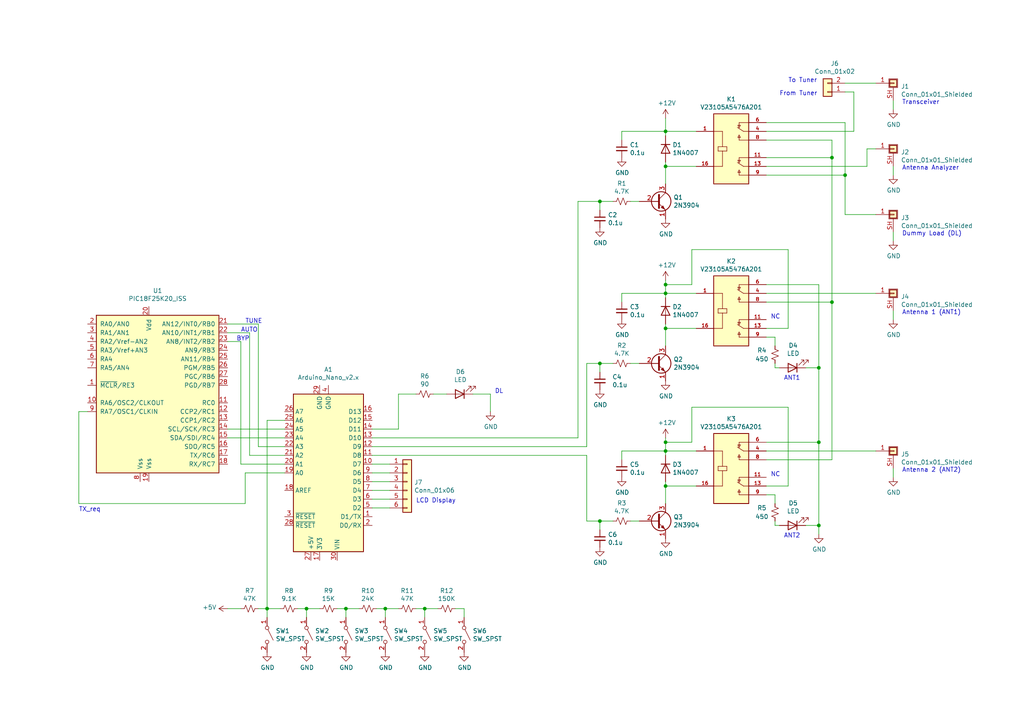
<source format=kicad_sch>
(kicad_sch (version 20211123) (generator eeschema)
  (paper "A4")
  (lib_symbols
    (symbol "Connector_Generic:Conn_01x02" (pin_names (offset 1.016) hide)
      (property "Reference" "J" (at 0 2.54 0))
      (property "Value" "Conn_01x02" (at 0 -5.08 0))
      (symbol "Conn_01x02_1_1"
        (rectangle (start -1.27 -2.413) (end 0 -2.667) (stroke (width 0.1524)))
        (rectangle (start -1.27 0.127) (end 0 -0.127) (stroke (width 0.1524)))
        (rectangle (start -1.27 1.27) (end 1.27 -3.81) (stroke (width 0.254)) (fill (type background)))
        (pin passive line (at -5.08 0 0) (length 3.81) (name "Pin_1") (number "1"))
        (pin passive line (at -5.08 -2.54 0) (length 3.81) (name "Pin_2") (number "2"))
      )
    )
    (symbol "Connector_Generic:Conn_01x06" (pin_names (offset 1.016) hide)
      (property "Reference" "J" (at 0 7.62 0))
      (property "Value" "Conn_01x06" (at 0 -10.16 0))
      (symbol "Conn_01x06_1_1"
        (rectangle (start -1.27 -7.493) (end 0 -7.747) (stroke (width 0.1524)))
        (rectangle (start -1.27 -4.953) (end 0 -5.207) (stroke (width 0.1524)))
        (rectangle (start -1.27 -2.413) (end 0 -2.667) (stroke (width 0.1524)))
        (rectangle (start -1.27 0.127) (end 0 -0.127) (stroke (width 0.1524)))
        (rectangle (start -1.27 2.667) (end 0 2.413) (stroke (width 0.1524)))
        (rectangle (start -1.27 5.207) (end 0 4.953) (stroke (width 0.1524)))
        (rectangle (start -1.27 6.35) (end 1.27 -8.89) (stroke (width 0.254)) (fill (type background)))
        (pin passive line (at -5.08 5.08 0) (length 3.81) (name "Pin_1") (number "1"))
        (pin passive line (at -5.08 2.54 0) (length 3.81) (name "Pin_2") (number "2"))
        (pin passive line (at -5.08 0 0) (length 3.81) (name "Pin_3") (number "3"))
        (pin passive line (at -5.08 -2.54 0) (length 3.81) (name "Pin_4") (number "4"))
        (pin passive line (at -5.08 -5.08 0) (length 3.81) (name "Pin_5") (number "5"))
        (pin passive line (at -5.08 -7.62 0) (length 3.81) (name "Pin_6") (number "6"))
      )
    )
    (symbol "Connector_Generic_Shielded:Conn_01x01_Shielded" (pin_names (offset 1.016) hide)
      (property "Reference" "J" (at 0.254 2.286 0))
      (property "Value" "Conn_01x01_Shielded" (at 1.016 -2.286 0))
      (symbol "Conn_01x01_Shielded_1_1"
        (rectangle (start -1.27 1.27) (end 1.27 -1.27) (stroke (width 0.1524)))
        (rectangle (start -1.016 0.127) (end 0.254 -0.127) (stroke (width 0.1524)))
        (rectangle (start -1.016 1.016) (end 1.016 -1.016) (stroke (width 0.254)) (fill (type background)))
        (pin passive line (at -5.08 0 0) (length 4.064) (name "Pin_1") (number "1"))
        (pin passive line (at 0 -5.08 90) (length 3.81) (name "Shield") (number "SH"))
      )
    )
    (symbol "Device:C_Small" (pin_numbers hide) (pin_names (offset 0.254) hide)
      (property "Reference" "C" (at 0.254 1.778 0))
      (property "Value" "C_Small" (at 0.254 -2.032 0))
      (symbol "C_Small_0_1"
        (polyline (pts (xy -1.524 -0.508) (xy 1.524 -0.508)) (stroke (width 0.3302)))
        (polyline (pts (xy -1.524 0.508) (xy 1.524 0.508)) (stroke (width 0.3048)))
      )
      (symbol "C_Small_1_1"
        (pin passive line (at 0 2.54 270) (length 2.032) (name "~") (number "1"))
        (pin passive line (at 0 -2.54 90) (length 2.032) (name "~") (number "2"))
      )
    )
    (symbol "Device:LED" (pin_numbers hide) (pin_names (offset 1.016) hide)
      (property "Reference" "D" (at 0 2.54 0))
      (property "Value" "LED" (at 0 -2.54 0))
      (symbol "LED_0_1"
        (polyline (pts (xy -1.27 -1.27) (xy -1.27 1.27)) (stroke (width 0.254)))
        (polyline (pts (xy -1.27 0) (xy 1.27 0)))
        (polyline (pts (xy 1.27 -1.27) (xy 1.27 1.27) (xy -1.27 0) (xy 1.27 -1.27)) (stroke (width 0.254)))
        (polyline (pts (xy -3.048 -0.762) (xy -4.572 -2.286) (xy -3.81 -2.286) (xy -4.572 -2.286) (xy -4.572 -1.524)))
        (polyline (pts (xy -1.778 -0.762) (xy -3.302 -2.286) (xy -2.54 -2.286) (xy -3.302 -2.286) (xy -3.302 -1.524)))
      )
      (symbol "LED_1_1"
        (pin passive line (at -3.81 0 0) (length 2.54) (name "K") (number "1"))
        (pin passive line (at 3.81 0 180) (length 2.54) (name "A") (number "2"))
      )
    )
    (symbol "Device:R_Small_US" (pin_numbers hide) (pin_names (offset 0.254) hide)
      (property "Reference" "R" (at 0.762 0.508 0))
      (property "Value" "R_Small_US" (at 0.762 -1.016 0))
      (symbol "R_Small_US_1_1"
        (polyline (pts (xy 0 0) (xy 1.016 -0.381) (xy 0 -0.762) (xy -1.016 -1.143) (xy 0 -1.524)))
        (polyline (pts (xy 0 1.524) (xy 1.016 1.143) (xy 0 0.762) (xy -1.016 0.381) (xy 0 0)))
        (pin passive line (at 0 2.54 270) (length 1.016) (name "~") (number "1"))
        (pin passive line (at 0 -2.54 90) (length 1.016) (name "~") (number "2"))
      )
    )
    (symbol "Diode:1N4007" (pin_numbers hide) (pin_names (offset 1.016) hide)
      (property "Reference" "D" (at 0 2.54 0))
      (property "Value" "1N4007" (at 0 -2.54 0))
      (symbol "1N4007_0_1"
        (polyline (pts (xy -1.27 1.27) (xy -1.27 -1.27)) (stroke (width 0.254)))
        (polyline (pts (xy 1.27 0) (xy -1.27 0)))
        (polyline (pts (xy 1.27 1.27) (xy 1.27 -1.27) (xy -1.27 0) (xy 1.27 1.27)) (stroke (width 0.254)))
      )
      (symbol "1N4007_1_1"
        (pin passive line (at -3.81 0 0) (length 2.54) (name "K") (number "1"))
        (pin passive line (at 3.81 0 180) (length 2.54) (name "A") (number "2"))
      )
    )
    (symbol "MCU_Microchip_PIC18:PIC18F25K20_ISS" (pin_names (offset 1.016))
      (property "Reference" "U" (at -17.78 24.13 0))
      (property "Value" "PIC18F25K20_ISS" (at 17.78 24.13 0))
      (symbol "PIC18F25K20_ISS_0_1"
        (rectangle (start -17.78 22.86) (end 17.78 -22.86) (stroke (width 0.254)) (fill (type background)))
      )
      (symbol "PIC18F25K20_ISS_1_1"
        (pin bidirectional line (at -20.32 2.54 0) (length 2.54) (name "~{MCLR}/RE3") (number "1"))
        (pin input line (at -20.32 -2.54 0) (length 2.54) (name "RA6/OSC2/CLKOUT") (number "10"))
        (pin bidirectional line (at 20.32 -2.54 180) (length 2.54) (name "RC0") (number "11"))
        (pin bidirectional line (at 20.32 -5.08 180) (length 2.54) (name "CCP2/RC1") (number "12"))
        (pin bidirectional line (at 20.32 -7.62 180) (length 2.54) (name "CCP1/RC2") (number "13"))
        (pin bidirectional line (at 20.32 -10.16 180) (length 2.54) (name "SCL/SCK/RC3") (number "14"))
        (pin bidirectional line (at 20.32 -12.7 180) (length 2.54) (name "SDA/SDI/RC4") (number "15"))
        (pin bidirectional line (at 20.32 -15.24 180) (length 2.54) (name "SDO/RC5") (number "16"))
        (pin bidirectional line (at 20.32 -17.78 180) (length 2.54) (name "TX/RC6") (number "17"))
        (pin bidirectional line (at 20.32 -20.32 180) (length 2.54) (name "RX/RC7") (number "18"))
        (pin power_in line (at -2.54 -25.4 90) (length 2.54) (name "Vss") (number "19"))
        (pin bidirectional line (at -20.32 20.32 0) (length 2.54) (name "RA0/AN0") (number "2"))
        (pin power_in line (at -2.54 25.4 270) (length 2.54) (name "Vdd") (number "20"))
        (pin bidirectional line (at 20.32 20.32 180) (length 2.54) (name "AN12/INT0/RB0") (number "21"))
        (pin bidirectional line (at 20.32 17.78 180) (length 2.54) (name "AN10/INT1/RB1") (number "22"))
        (pin bidirectional line (at 20.32 15.24 180) (length 2.54) (name "AN8/INT2/RB2") (number "23"))
        (pin bidirectional line (at 20.32 12.7 180) (length 2.54) (name "AN9/RB3") (number "24"))
        (pin bidirectional line (at 20.32 10.16 180) (length 2.54) (name "AN11/RB4") (number "25"))
        (pin bidirectional line (at 20.32 7.62 180) (length 2.54) (name "PGM/RB5") (number "26"))
        (pin bidirectional line (at 20.32 5.08 180) (length 2.54) (name "PGC/RB6") (number "27"))
        (pin bidirectional line (at 20.32 2.54 180) (length 2.54) (name "PGD/RB7") (number "28"))
        (pin bidirectional line (at -20.32 17.78 0) (length 2.54) (name "RA1/AN1") (number "3"))
        (pin bidirectional line (at -20.32 15.24 0) (length 2.54) (name "RA2/Vref-AN2") (number "4"))
        (pin bidirectional line (at -20.32 12.7 0) (length 2.54) (name "RA3/Vref+AN3") (number "5"))
        (pin power_in line (at -20.32 10.16 0) (length 2.54) (name "RA4") (number "6"))
        (pin bidirectional line (at -20.32 7.62 0) (length 2.54) (name "RA5/AN4") (number "7"))
        (pin power_in line (at -5.08 -25.4 90) (length 2.54) (name "Vss") (number "8"))
        (pin input line (at -20.32 -5.08 0) (length 2.54) (name "RA7/OSC1/CLKIN") (number "9"))
      )
    )
    (symbol "MCU_Module:Arduino_Nano_v2.x"
      (property "Reference" "A" (at -10.16 23.495 0))
      (property "Value" "Arduino_Nano_v2.x" (at 5.08 -24.13 0))
      (symbol "Arduino_Nano_v2.x_0_1"
        (rectangle (start -10.16 22.86) (end 10.16 -22.86) (stroke (width 0.254)) (fill (type background)))
      )
      (symbol "Arduino_Nano_v2.x_1_1"
        (pin bidirectional line (at -12.7 12.7 0) (length 2.54) (name "D1/TX") (number "1"))
        (pin bidirectional line (at -12.7 -2.54 0) (length 2.54) (name "D7") (number "10"))
        (pin bidirectional line (at -12.7 -5.08 0) (length 2.54) (name "D8") (number "11"))
        (pin bidirectional line (at -12.7 -7.62 0) (length 2.54) (name "D9") (number "12"))
        (pin bidirectional line (at -12.7 -10.16 0) (length 2.54) (name "D10") (number "13"))
        (pin bidirectional line (at -12.7 -12.7 0) (length 2.54) (name "D11") (number "14"))
        (pin bidirectional line (at -12.7 -15.24 0) (length 2.54) (name "D12") (number "15"))
        (pin bidirectional line (at -12.7 -17.78 0) (length 2.54) (name "D13") (number "16"))
        (pin power_out line (at 2.54 25.4 270) (length 2.54) (name "3V3") (number "17"))
        (pin input line (at 12.7 5.08 180) (length 2.54) (name "AREF") (number "18"))
        (pin bidirectional line (at 12.7 0 180) (length 2.54) (name "A0") (number "19"))
        (pin bidirectional line (at -12.7 15.24 0) (length 2.54) (name "D0/RX") (number "2"))
        (pin bidirectional line (at 12.7 -2.54 180) (length 2.54) (name "A1") (number "20"))
        (pin bidirectional line (at 12.7 -5.08 180) (length 2.54) (name "A2") (number "21"))
        (pin bidirectional line (at 12.7 -7.62 180) (length 2.54) (name "A3") (number "22"))
        (pin bidirectional line (at 12.7 -10.16 180) (length 2.54) (name "A4") (number "23"))
        (pin bidirectional line (at 12.7 -12.7 180) (length 2.54) (name "A5") (number "24"))
        (pin bidirectional line (at 12.7 -15.24 180) (length 2.54) (name "A6") (number "25"))
        (pin bidirectional line (at 12.7 -17.78 180) (length 2.54) (name "A7") (number "26"))
        (pin power_out line (at 5.08 25.4 270) (length 2.54) (name "+5V") (number "27"))
        (pin input line (at 12.7 15.24 180) (length 2.54) (name "~{RESET}") (number "28"))
        (pin power_in line (at 2.54 -25.4 90) (length 2.54) (name "GND") (number "29"))
        (pin input line (at 12.7 12.7 180) (length 2.54) (name "~{RESET}") (number "3"))
        (pin power_in line (at -2.54 25.4 270) (length 2.54) (name "VIN") (number "30"))
        (pin power_in line (at 0 -25.4 90) (length 2.54) (name "GND") (number "4"))
        (pin bidirectional line (at -12.7 10.16 0) (length 2.54) (name "D2") (number "5"))
        (pin bidirectional line (at -12.7 7.62 0) (length 2.54) (name "D3") (number "6"))
        (pin bidirectional line (at -12.7 5.08 0) (length 2.54) (name "D4") (number "7"))
        (pin bidirectional line (at -12.7 2.54 0) (length 2.54) (name "D5") (number "8"))
        (pin bidirectional line (at -12.7 0 0) (length 2.54) (name "D6") (number "9"))
      )
    )
    (symbol "Switch:SW_SPST" (pin_names (offset 0) hide)
      (property "Reference" "SW" (at 0 3.175 0))
      (property "Value" "SW_SPST" (at 0 -2.54 0))
      (symbol "SW_SPST_0_0"
        (circle (center -2.032 0) (radius 0.508))
        (polyline (pts (xy -1.524 0.254) (xy 1.524 1.778)))
        (circle (center 2.032 0) (radius 0.508))
      )
      (symbol "SW_SPST_1_1"
        (pin passive line (at -5.08 0 0) (length 2.54) (name "A") (number "1"))
        (pin passive line (at 5.08 0 180) (length 2.54) (name "B") (number "2"))
      )
    )
    (symbol "Transistor_BJT:2N3904" (pin_names (offset 0) hide)
      (property "Reference" "Q" (at 5.08 1.905 0))
      (property "Value" "2N3904" (at 5.08 0 0))
      (symbol "2N3904_0_1"
        (polyline (pts (xy 0.635 0.635) (xy 2.54 2.54)))
        (polyline (pts (xy 0.635 -0.635) (xy 2.54 -2.54) (xy 2.54 -2.54)))
        (polyline (pts (xy 0.635 1.905) (xy 0.635 -1.905) (xy 0.635 -1.905)) (stroke (width 0.508)))
        (polyline (pts (xy 1.27 -1.778) (xy 1.778 -1.27) (xy 2.286 -2.286) (xy 1.27 -1.778) (xy 1.27 -1.778)) (fill (type outline)))
        (circle (center 1.27 0) (radius 2.8194) (stroke (width 0.254)))
      )
      (symbol "2N3904_1_1"
        (pin passive line (at 2.54 -5.08 90) (length 2.54) (name "E") (number "1"))
        (pin passive line (at -5.08 0 0) (length 5.715) (name "B") (number "2"))
        (pin passive line (at 2.54 5.08 270) (length 2.54) (name "C") (number "3"))
      )
    )
    (symbol "V23105A5301A201:V23105A5301A201" (pin_names (offset 1.016) hide)
      (property "Reference" "K" (at -5.08 11.43 0))
      (property "Value" "V23105A5301A201_V23105A5301A201" (at -5.08 -12.7 0))
      (symbol "V23105A5301A201_0_0"
        (rectangle (start -5.08 -10.16) (end 5.08 10.16) (stroke (width 0.254)) (fill (type background)))
        (polyline (pts (xy -5.08 -5.08) (xy -2.54 -5.08)) (stroke (width 0.1524)))
        (polyline (pts (xy -5.08 5.08) (xy -2.54 5.08)) (stroke (width 0.1524)))
        (polyline (pts (xy -3.81 -0.635) (xy -3.81 0.635)) (stroke (width 0.1524)))
        (polyline (pts (xy -3.81 0.635) (xy -2.54 0.635)) (stroke (width 0.1524)))
        (polyline (pts (xy -2.54 -0.635) (xy -3.81 -0.635)) (stroke (width 0.1524)))
        (polyline (pts (xy -2.54 -0.635) (xy -2.54 -5.08)) (stroke (width 0.1524)))
        (polyline (pts (xy -2.54 0.635) (xy -1.27 0.635)) (stroke (width 0.1524)))
        (polyline (pts (xy -2.54 5.08) (xy -2.54 0.635)) (stroke (width 0.1524)))
        (polyline (pts (xy -1.27 -0.635) (xy -2.54 -0.635)) (stroke (width 0.1524)))
        (polyline (pts (xy -1.27 0.635) (xy -1.27 -0.635)) (stroke (width 0.1524)))
        (polyline (pts (xy 2.286 -7.62) (xy 2.286 -6.604)) (stroke (width 0.1524)))
        (polyline (pts (xy 2.286 -7.62) (xy 5.08 -7.62)) (stroke (width 0.1524)))
        (polyline (pts (xy 2.286 -2.54) (xy 2.286 -3.556)) (stroke (width 0.1524)))
        (polyline (pts (xy 2.286 -2.54) (xy 5.08 -2.54)) (stroke (width 0.1524)))
        (polyline (pts (xy 2.286 2.54) (xy 2.286 3.556)) (stroke (width 0.1524)))
        (polyline (pts (xy 2.286 2.54) (xy 5.08 2.54)) (stroke (width 0.1524)))
        (polyline (pts (xy 2.286 7.62) (xy 2.286 6.604)) (stroke (width 0.1524)))
        (polyline (pts (xy 2.286 7.62) (xy 5.08 7.62)) (stroke (width 0.1524)))
        (polyline (pts (xy 3.556 -5.08) (xy 1.778 -3.937)) (stroke (width 0.1524)))
        (polyline (pts (xy 3.556 5.08) (xy 1.778 6.223)) (stroke (width 0.1524)))
        (polyline (pts (xy 5.08 -5.08) (xy 3.556 -5.08)) (stroke (width 0.1524)))
        (polyline (pts (xy 5.08 5.08) (xy 3.556 5.08)) (stroke (width 0.1524)))
        (polyline (pts (xy 2.667 -6.858) (xy 1.905 -6.858) (xy 2.286 -6.096) (xy 2.667 -6.858)) (stroke (width 0.1524)) (fill (type background)))
        (polyline (pts (xy 2.667 -3.302) (xy 1.905 -3.302) (xy 2.286 -4.064) (xy 2.667 -3.302)) (stroke (width 0.1524)) (fill (type background)))
        (polyline (pts (xy 2.667 3.302) (xy 1.905 3.302) (xy 2.286 4.064) (xy 2.667 3.302)) (stroke (width 0.1524)) (fill (type background)))
        (polyline (pts (xy 2.667 6.858) (xy 1.905 6.858) (xy 2.286 6.096) (xy 2.667 6.858)) (stroke (width 0.1524)) (fill (type background)))
        (pin passive line (at -10.16 5.08 0) (length 5.08) (name "~") (number "1"))
        (pin passive line (at 10.16 -2.54 180) (length 5.08) (name "~") (number "11"))
        (pin passive line (at 10.16 -5.08 180) (length 5.08) (name "~") (number "13"))
        (pin passive line (at -10.16 -5.08 0) (length 5.08) (name "~") (number "16"))
        (pin passive line (at 10.16 5.08 180) (length 5.08) (name "~") (number "4"))
        (pin passive line (at 10.16 7.62 180) (length 5.08) (name "~") (number "6"))
        (pin passive line (at 10.16 2.54 180) (length 5.08) (name "~") (number "8"))
        (pin passive line (at 10.16 -7.62 180) (length 5.08) (name "~") (number "9"))
      )
    )
    (symbol "power:+12V" (power) (pin_names (offset 0))
      (property "Value" "+12V" (at 0 3.556 0))
      (symbol "+12V_0_1"
        (polyline (pts (xy -0.762 1.27) (xy 0 2.54)))
        (polyline (pts (xy 0 0) (xy 0 2.54)))
        (polyline (pts (xy 0 2.54) (xy 0.762 1.27)))
      )
      (symbol "+12V_1_1"
        (pin power_in line (at 0 0 90) (length 0) hide (name "+12V") (number "1"))
      )
    )
    (symbol "power:+5V" (power) (pin_names (offset 0))
      (property "Value" "+5V" (at 0 3.556 0))
      (symbol "+5V_0_1"
        (polyline (pts (xy -0.762 1.27) (xy 0 2.54)))
        (polyline (pts (xy 0 0) (xy 0 2.54)))
        (polyline (pts (xy 0 2.54) (xy 0.762 1.27)))
      )
      (symbol "+5V_1_1"
        (pin power_in line (at 0 0 90) (length 0) hide (name "+5V") (number "1"))
      )
    )
    (symbol "power:GND" (power) (pin_names (offset 0))
      (property "Value" "GND" (at 0 -3.81 0))
      (symbol "GND_0_1"
        (polyline (pts (xy 0 0) (xy 0 -1.27) (xy 1.27 -1.27) (xy 0 -2.54) (xy -1.27 -1.27) (xy 0 -1.27)))
      )
      (symbol "GND_1_1"
        (pin power_in line (at 0 0 270) (length 0) hide (name "GND") (number "1"))
      )
    )
  )
  (junction (at 241.3 87.63))
  (junction (at 173.99 58.42))
  (junction (at 100.33 176.53))
  (junction (at 193.04 140.97))
  (junction (at 193.04 130.81))
  (junction (at 77.47 176.53))
  (junction (at 173.99 151.13))
  (junction (at 193.04 82.55))
  (junction (at 237.49 152.4))
  (junction (at 193.04 95.25))
  (junction (at 237.49 128.27))
  (junction (at 193.04 85.09))
  (junction (at 123.19 176.53))
  (junction (at 193.04 38.1))
  (junction (at 241.3 45.72))
  (junction (at 245.11 50.8))
  (junction (at 88.9 176.53))
  (junction (at 193.04 128.27))
  (junction (at 111.76 176.53))
  (junction (at 237.49 106.68))
  (junction (at 173.99 105.41))
  (junction (at 193.04 48.26))
  (wire (pts (xy 193.04 93.98) (xy 193.04 95.25)))
  (wire (pts (xy 177.8 151.13) (xy 173.99 151.13)))
  (wire (pts (xy 193.04 85.09) (xy 180.34 85.09)))
  (wire (pts (xy 200.66 128.27) (xy 193.04 128.27)))
  (wire (pts (xy 170.18 132.08) (xy 170.18 151.13)))
  (wire (pts (xy 245.11 62.23) (xy 254 62.23)))
  (wire (pts (xy 222.25 40.64) (xy 241.3 40.64)))
  (wire (pts (xy 72.39 132.08) (xy 72.39 96.52)))
  (wire (pts (xy 71.12 146.05) (xy 71.12 137.16)))
  (wire (pts (xy 245.11 35.56) (xy 245.11 50.8)))
  (wire (pts (xy 247.65 38.1) (xy 247.65 26.67)))
  (wire (pts (xy 134.62 179.07) (xy 134.62 176.53)))
  (wire (pts (xy 180.34 85.09) (xy 180.34 87.63)))
  (wire (pts (xy 241.3 45.72) (xy 241.3 87.63)))
  (wire (pts (xy 77.47 121.92) (xy 77.47 176.53)))
  (wire (pts (xy 25.4 119.38) (xy 22.86 119.38)))
  (wire (pts (xy 201.93 85.09) (xy 193.04 85.09)))
  (wire (pts (xy 247.65 26.67) (xy 245.11 26.67)))
  (wire (pts (xy 259.08 50.8) (xy 259.08 48.26)))
  (wire (pts (xy 200.66 118.11) (xy 200.66 128.27)))
  (wire (pts (xy 170.18 105.41) (xy 173.99 105.41)))
  (wire (pts (xy 88.9 176.53) (xy 86.36 176.53)))
  (wire (pts (xy 228.6 140.97) (xy 228.6 118.11)))
  (wire (pts (xy 125.73 114.3) (xy 129.54 114.3)))
  (wire (pts (xy 222.25 140.97) (xy 228.6 140.97)))
  (wire (pts (xy 66.04 176.53) (xy 69.85 176.53)))
  (wire (pts (xy 222.25 48.26) (xy 251.46 48.26)))
  (wire (pts (xy 173.99 58.42) (xy 167.64 58.42)))
  (wire (pts (xy 82.55 132.08) (xy 72.39 132.08)))
  (wire (pts (xy 193.04 132.08) (xy 193.04 130.81)))
  (wire (pts (xy 193.04 38.1) (xy 180.34 38.1)))
  (wire (pts (xy 92.71 176.53) (xy 88.9 176.53)))
  (wire (pts (xy 173.99 105.41) (xy 173.99 107.95)))
  (wire (pts (xy 222.25 38.1) (xy 247.65 38.1)))
  (wire (pts (xy 107.95 137.16) (xy 113.03 137.16)))
  (wire (pts (xy 251.46 48.26) (xy 251.46 43.18)))
  (wire (pts (xy 241.3 40.64) (xy 241.3 45.72)))
  (wire (pts (xy 170.18 105.41) (xy 170.18 129.54)))
  (wire (pts (xy 222.25 128.27) (xy 237.49 128.27)))
  (wire (pts (xy 222.25 82.55) (xy 237.49 82.55)))
  (wire (pts (xy 200.66 72.39) (xy 200.66 82.55)))
  (wire (pts (xy 222.25 95.25) (xy 228.6 95.25)))
  (wire (pts (xy 82.55 127) (xy 66.04 127)))
  (wire (pts (xy 193.04 95.25) (xy 201.93 95.25)))
  (wire (pts (xy 77.47 176.53) (xy 74.93 176.53)))
  (wire (pts (xy 222.25 35.56) (xy 245.11 35.56)))
  (wire (pts (xy 100.33 179.07) (xy 100.33 176.53)))
  (wire (pts (xy 182.88 105.41) (xy 185.42 105.41)))
  (wire (pts (xy 69.85 99.06) (xy 66.04 99.06)))
  (wire (pts (xy 111.76 179.07) (xy 111.76 176.53)))
  (wire (pts (xy 201.93 140.97) (xy 193.04 140.97)))
  (wire (pts (xy 180.34 133.35) (xy 180.34 130.81)))
  (wire (pts (xy 22.86 119.38) (xy 22.86 146.05)))
  (wire (pts (xy 107.95 147.32) (xy 113.03 147.32)))
  (wire (pts (xy 71.12 137.16) (xy 82.55 137.16)))
  (wire (pts (xy 107.95 134.62) (xy 113.03 134.62)))
  (wire (pts (xy 107.95 132.08) (xy 170.18 132.08)))
  (wire (pts (xy 77.47 121.92) (xy 82.55 121.92)))
  (wire (pts (xy 222.25 45.72) (xy 241.3 45.72)))
  (wire (pts (xy 193.04 95.25) (xy 193.04 100.33)))
  (wire (pts (xy 123.19 179.07) (xy 123.19 176.53)))
  (wire (pts (xy 193.04 82.55) (xy 193.04 85.09)))
  (wire (pts (xy 115.57 176.53) (xy 111.76 176.53)))
  (wire (pts (xy 222.25 50.8) (xy 245.11 50.8)))
  (wire (pts (xy 115.57 124.46) (xy 107.95 124.46)))
  (wire (pts (xy 222.25 130.81) (xy 254 130.81)))
  (wire (pts (xy 77.47 179.07) (xy 77.47 176.53)))
  (wire (pts (xy 259.08 31.75) (xy 259.08 29.21)))
  (wire (pts (xy 107.95 144.78) (xy 113.03 144.78)))
  (wire (pts (xy 193.04 46.99) (xy 193.04 48.26)))
  (wire (pts (xy 107.95 129.54) (xy 170.18 129.54)))
  (wire (pts (xy 224.79 152.4) (xy 226.06 152.4)))
  (wire (pts (xy 233.68 152.4) (xy 237.49 152.4)))
  (wire (pts (xy 222.25 97.79) (xy 224.79 97.79)))
  (wire (pts (xy 193.04 128.27) (xy 193.04 130.81)))
  (wire (pts (xy 177.8 105.41) (xy 173.99 105.41)))
  (wire (pts (xy 107.95 142.24) (xy 113.03 142.24)))
  (wire (pts (xy 201.93 38.1) (xy 193.04 38.1)))
  (wire (pts (xy 193.04 130.81) (xy 201.93 130.81)))
  (wire (pts (xy 107.95 127) (xy 167.64 127)))
  (wire (pts (xy 193.04 85.09) (xy 193.04 86.36)))
  (wire (pts (xy 245.11 50.8) (xy 245.11 62.23)))
  (wire (pts (xy 224.79 143.51) (xy 224.79 146.05)))
  (wire (pts (xy 82.55 134.62) (xy 69.85 134.62)))
  (wire (pts (xy 237.49 128.27) (xy 237.49 152.4)))
  (wire (pts (xy 180.34 130.81) (xy 193.04 130.81)))
  (wire (pts (xy 115.57 114.3) (xy 115.57 124.46)))
  (wire (pts (xy 237.49 106.68) (xy 237.49 128.27)))
  (wire (pts (xy 222.25 87.63) (xy 241.3 87.63)))
  (wire (pts (xy 193.04 81.28) (xy 193.04 82.55)))
  (wire (pts (xy 245.11 24.13) (xy 254 24.13)))
  (wire (pts (xy 224.79 151.13) (xy 224.79 152.4)))
  (wire (pts (xy 241.3 87.63) (xy 241.3 133.35)))
  (wire (pts (xy 228.6 118.11) (xy 200.66 118.11)))
  (wire (pts (xy 100.33 176.53) (xy 97.79 176.53)))
  (wire (pts (xy 224.79 97.79) (xy 224.79 100.33)))
  (wire (pts (xy 107.95 139.7) (xy 113.03 139.7)))
  (wire (pts (xy 222.25 133.35) (xy 241.3 133.35)))
  (wire (pts (xy 222.25 143.51) (xy 224.79 143.51)))
  (wire (pts (xy 233.68 106.68) (xy 237.49 106.68)))
  (wire (pts (xy 82.55 124.46) (xy 66.04 124.46)))
  (wire (pts (xy 173.99 151.13) (xy 173.99 153.67)))
  (wire (pts (xy 193.04 34.29) (xy 193.04 38.1)))
  (wire (pts (xy 182.88 151.13) (xy 185.42 151.13)))
  (wire (pts (xy 22.86 146.05) (xy 71.12 146.05)))
  (wire (pts (xy 104.14 176.53) (xy 100.33 176.53)))
  (wire (pts (xy 193.04 38.1) (xy 193.04 39.37)))
  (wire (pts (xy 193.04 140.97) (xy 193.04 139.7)))
  (wire (pts (xy 120.65 114.3) (xy 115.57 114.3)))
  (wire (pts (xy 74.93 129.54) (xy 74.93 93.98)))
  (wire (pts (xy 81.28 176.53) (xy 77.47 176.53)))
  (wire (pts (xy 127 176.53) (xy 123.19 176.53)))
  (wire (pts (xy 259.08 138.43) (xy 259.08 135.89)))
  (wire (pts (xy 193.04 127) (xy 193.04 128.27)))
  (wire (pts (xy 222.25 85.09) (xy 254 85.09)))
  (wire (pts (xy 74.93 93.98) (xy 66.04 93.98)))
  (wire (pts (xy 259.08 92.71) (xy 259.08 90.17)))
  (wire (pts (xy 167.64 58.42) (xy 167.64 127)))
  (wire (pts (xy 193.04 140.97) (xy 193.04 146.05)))
  (wire (pts (xy 228.6 95.25) (xy 228.6 72.39)))
  (wire (pts (xy 134.62 176.53) (xy 132.08 176.53)))
  (wire (pts (xy 182.88 58.42) (xy 185.42 58.42)))
  (wire (pts (xy 111.76 176.53) (xy 109.22 176.53)))
  (wire (pts (xy 82.55 129.54) (xy 74.93 129.54)))
  (wire (pts (xy 228.6 72.39) (xy 200.66 72.39)))
  (wire (pts (xy 142.24 114.3) (xy 137.16 114.3)))
  (wire (pts (xy 180.34 38.1) (xy 180.34 40.64)))
  (wire (pts (xy 173.99 58.42) (xy 173.99 60.96)))
  (wire (pts (xy 72.39 96.52) (xy 66.04 96.52)))
  (wire (pts (xy 224.79 105.41) (xy 224.79 106.68)))
  (wire (pts (xy 88.9 179.07) (xy 88.9 176.53)))
  (wire (pts (xy 142.24 114.3) (xy 142.24 119.38)))
  (wire (pts (xy 193.04 48.26) (xy 201.93 48.26)))
  (wire (pts (xy 237.49 152.4) (xy 237.49 154.94)))
  (wire (pts (xy 224.79 106.68) (xy 226.06 106.68)))
  (wire (pts (xy 251.46 43.18) (xy 254 43.18)))
  (wire (pts (xy 200.66 82.55) (xy 193.04 82.55)))
  (wire (pts (xy 177.8 58.42) (xy 173.99 58.42)))
  (wire (pts (xy 123.19 176.53) (xy 120.65 176.53)))
  (wire (pts (xy 237.49 82.55) (xy 237.49 106.68)))
  (wire (pts (xy 170.18 151.13) (xy 173.99 151.13)))
  (wire (pts (xy 259.08 69.85) (xy 259.08 67.31)))
  (wire (pts (xy 193.04 48.26) (xy 193.04 53.34)))
  (wire (pts (xy 69.85 134.62) (xy 69.85 99.06)))
  (text "To Tuner" (at 228.6 24.13 0) (effects (font (size 1.27 1.27)) (justify left bottom)))
  (text "AUTO" (at 69.85 96.52 0) (effects (font (size 1.27 1.27)) (justify left bottom)))
  (text "BYP" (at 68.58 99.06 0) (effects (font (size 1.27 1.27)) (justify left bottom)))
  (text "From Tuner" (at 226.06 27.94 0) (effects (font (size 1.27 1.27)) (justify left bottom)))
  (text "NC" (at 223.52 92.71 0) (effects (font (size 1.27 1.27)) (justify left bottom)))
  (text "Antenna 2 (ANT2)" (at 261.62 137.16 0) (effects (font (size 1.27 1.27)) (justify left bottom)))
  (text "TUNE" (at 71.12 93.98 0) (effects (font (size 1.27 1.27)) (justify left bottom)))
  (text "NC" (at 223.52 138.43 0) (effects (font (size 1.27 1.27)) (justify left bottom)))
  (text "ANT2" (at 227.33 156.21 0) (effects (font (size 1.27 1.27)) (justify left bottom)))
  (text "Antenna Analyzer" (at 261.62 49.53 0) (effects (font (size 1.27 1.27)) (justify left bottom)))
  (text "Dummy Load (DL)" (at 261.62 68.58 0) (effects (font (size 1.27 1.27)) (justify left bottom)))
  (text "Antenna 1 (ANT1)" (at 261.62 91.44 0) (effects (font (size 1.27 1.27)) (justify left bottom)))
  (text "TX_req" (at 22.86 148.59 0) (effects (font (size 1.27 1.27)) (justify left bottom)))
  (text "Transceiver" (at 261.62 30.48 0) (effects (font (size 1.27 1.27)) (justify left bottom)))
  (text "ANT1" (at 227.33 110.49 0) (effects (font (size 1.27 1.27)) (justify left bottom)))
  (text "LCD Display" (at 120.65 146.05 0) (effects (font (size 1.27 1.27)) (justify left bottom)))
  (text "DL" (at 143.51 114.3 0) (effects (font (size 1.27 1.27)) (justify left bottom)))
  (symbol (lib_id "V23105A5301A201:V23105A5301A201") (at 212.09 90.17 0) (unit 1)
    (property "Reference" "K2" (at 212.09 75.7682 0))
    (property "Value" "V23105A5476A201" (at 212.09 78.0796 0))
    (property "Footprint" "RELAY_9-1393792-3" (effects hide))
    (property "PARTREV" "1017" (effects hide))
    (property "STANDARD" "IPC-7351B" (effects hide))
    (property "MAXIMUM_PACKAGE_HEIGHT" "10.90mm" (effects hide))
    (property "COMMENT" "9-1393792-3" (effects hide))
    (property "MANUFACTURER" "TE Connectivity" (effects hide))
  )
  (symbol (lib_id "V23105A5301A201:V23105A5301A201") (at 212.09 135.89 0) (unit 1)
    (property "Reference" "K3" (at 212.09 121.4882 0))
    (property "Value" "V23105A5476A201" (at 212.09 123.7996 0))
    (property "Footprint" "RELAY_9-1393792-3" (effects hide))
    (property "PARTREV" "1017" (effects hide))
    (property "STANDARD" "IPC-7351B" (effects hide))
    (property "MAXIMUM_PACKAGE_HEIGHT" "10.90mm" (effects hide))
    (property "COMMENT" "9-1393792-3" (effects hide))
    (property "MANUFACTURER" "TE Connectivity" (effects hide))
  )
  (symbol (lib_id "Connector_Generic_Shielded:Conn_01x01_Shielded") (at 259.08 24.13 0) (unit 1)
    (property "Reference" "J1" (at 261.3152 25.0698 0) (effects (justify left)))
    (property "Value" "Conn_01x01_Shielded" (at 261.3152 27.3812 0) (effects (justify left)))
  )
  (symbol (lib_id "Connector_Generic_Shielded:Conn_01x01_Shielded") (at 259.08 62.23 0) (unit 1)
    (property "Reference" "J3" (at 261.3152 63.1698 0) (effects (justify left)))
    (property "Value" "Conn_01x01_Shielded" (at 261.3152 65.4812 0) (effects (justify left)))
  )
  (symbol (lib_id "Connector_Generic_Shielded:Conn_01x01_Shielded") (at 259.08 85.09 0) (unit 1)
    (property "Reference" "J4" (at 261.3152 86.0298 0) (effects (justify left)))
    (property "Value" "Conn_01x01_Shielded" (at 261.3152 88.3412 0) (effects (justify left)))
  )
  (symbol (lib_id "Connector_Generic_Shielded:Conn_01x01_Shielded") (at 259.08 130.81 0) (unit 1)
    (property "Reference" "J5" (at 261.3152 131.7498 0) (effects (justify left)))
    (property "Value" "Conn_01x01_Shielded" (at 261.3152 134.0612 0) (effects (justify left)))
  )
  (symbol (lib_id "power:GND") (at 259.08 31.75 0) (unit 1)
    (property "Reference" "#PWR0116" (effects hide))
    (property "Value" "GND" (at 259.207 36.1442 0))
  )
  (symbol (lib_id "power:GND") (at 259.08 69.85 0) (unit 1)
    (property "Reference" "#PWR0103" (effects hide))
    (property "Value" "GND" (at 259.207 74.2442 0))
  )
  (symbol (lib_id "power:GND") (at 259.08 92.71 0) (unit 1)
    (property "Reference" "#PWR0101" (effects hide))
    (property "Value" "GND" (at 259.207 97.1042 0))
  )
  (symbol (lib_id "power:GND") (at 259.08 138.43 0) (unit 1)
    (property "Reference" "#PWR0104" (effects hide))
    (property "Value" "GND" (at 259.207 142.8242 0))
  )
  (symbol (lib_id "Transistor_BJT:2N3904") (at 190.5 105.41 0) (unit 1)
    (property "Reference" "Q2" (at 195.326 104.2416 0) (effects (justify left)))
    (property "Value" "2N3904" (at 195.326 106.553 0) (effects (justify left)))
    (property "Footprint" "Package_TO_SOT_THT:TO-92_Inline" (effects hide))
    (property "Datasheet" "https://www.fairchildsemi.com/datasheets/2N/2N3904.pdf" (effects hide))
  )
  (symbol (lib_id "Transistor_BJT:2N3904") (at 190.5 151.13 0) (unit 1)
    (property "Reference" "Q3" (at 195.326 149.9616 0) (effects (justify left)))
    (property "Value" "2N3904" (at 195.326 152.273 0) (effects (justify left)))
    (property "Footprint" "Package_TO_SOT_THT:TO-92_Inline" (effects hide))
    (property "Datasheet" "https://www.fairchildsemi.com/datasheets/2N/2N3904.pdf" (effects hide))
  )
  (symbol (lib_id "Diode:1N4007") (at 193.04 90.17 270) (unit 1)
    (property "Reference" "D2" (at 195.0466 89.0016 90) (effects (justify left)))
    (property "Value" "1N4007" (at 195.0466 91.313 90) (effects (justify left)))
    (property "Footprint" "Diode_THT:D_DO-41_SOD81_P10.16mm_Horizontal" (effects hide))
    (property "Datasheet" "http://www.vishay.com/docs/88503/1n4001.pdf" (effects hide))
  )
  (symbol (lib_id "Diode:1N4007") (at 193.04 135.89 270) (unit 1)
    (property "Reference" "D3" (at 195.0466 134.7216 90) (effects (justify left)))
    (property "Value" "1N4007" (at 195.0466 137.033 90) (effects (justify left)))
    (property "Footprint" "Diode_THT:D_DO-41_SOD81_P10.16mm_Horizontal" (effects hide))
    (property "Datasheet" "http://www.vishay.com/docs/88503/1n4001.pdf" (effects hide))
  )
  (symbol (lib_id "power:GND") (at 193.04 110.49 0) (unit 1)
    (property "Reference" "#PWR0111" (effects hide))
    (property "Value" "GND" (at 193.167 114.8842 0))
  )
  (symbol (lib_id "power:GND") (at 193.04 156.21 0) (unit 1)
    (property "Reference" "#PWR0118" (effects hide))
    (property "Value" "GND" (at 193.167 160.6042 0))
  )
  (symbol (lib_id "Device:C_Small") (at 180.34 90.17 0) (unit 1)
    (property "Reference" "C3" (at 182.6768 89.0016 0) (effects (justify left)))
    (property "Value" "0.1u" (at 182.6768 91.313 0) (effects (justify left)))
  )
  (symbol (lib_id "Device:C_Small") (at 180.34 135.89 0) (unit 1)
    (property "Reference" "C5" (at 182.6768 134.7216 0) (effects (justify left)))
    (property "Value" "0.1u" (at 182.6768 137.033 0) (effects (justify left)))
  )
  (symbol (lib_id "power:GND") (at 180.34 92.71 0) (unit 1)
    (property "Reference" "#PWR0110" (effects hide))
    (property "Value" "GND" (at 180.467 97.1042 0))
  )
  (symbol (lib_id "power:GND") (at 180.34 138.43 0) (unit 1)
    (property "Reference" "#PWR0106" (effects hide))
    (property "Value" "GND" (at 180.467 142.8242 0))
  )
  (symbol (lib_id "Device:R_Small_US") (at 180.34 151.13 270) (unit 1)
    (property "Reference" "R3" (at 180.34 145.923 90))
    (property "Value" "4.7K" (at 180.34 148.2344 90))
  )
  (symbol (lib_id "Device:R_Small_US") (at 180.34 105.41 270) (unit 1)
    (property "Reference" "R2" (at 180.34 100.203 90))
    (property "Value" "4.7K" (at 180.34 102.5144 90))
  )
  (symbol (lib_id "power:+12V") (at 193.04 81.28 0) (unit 1)
    (property "Reference" "#PWR0109" (effects hide))
    (property "Value" "+12V" (at 193.421 76.8858 0))
  )
  (symbol (lib_id "power:+12V") (at 193.04 127 0) (unit 1)
    (property "Reference" "#PWR0112" (effects hide))
    (property "Value" "+12V" (at 193.421 122.6058 0))
  )
  (symbol (lib_id "Device:C_Small") (at 173.99 110.49 0) (unit 1)
    (property "Reference" "C4" (at 177.5968 109.3216 0) (effects (justify left)))
    (property "Value" "0.1u" (at 177.5968 111.633 0) (effects (justify left)))
  )
  (symbol (lib_id "MCU_Module:Arduino_Nano_v2.x") (at 95.25 137.16 180) (unit 1)
    (property "Reference" "A1" (at 95.25 107.1626 0))
    (property "Value" "Arduino_Nano_v2.x" (at 95.25 109.474 0))
    (property "Footprint" "Module:Arduino_Nano" (effects hide))
    (property "Datasheet" "https://www.arduino.cc/en/uploads/Main/ArduinoNanoManual23.pdf" (effects hide))
  )
  (symbol (lib_id "Device:C_Small") (at 173.99 156.21 0) (unit 1)
    (property "Reference" "C6" (at 176.3268 155.0416 0) (effects (justify left)))
    (property "Value" "0.1u" (at 176.3268 157.353 0) (effects (justify left)))
  )
  (symbol (lib_id "power:GND") (at 173.99 113.03 0) (unit 1)
    (property "Reference" "#PWR0105" (effects hide))
    (property "Value" "GND" (at 174.117 117.4242 0))
  )
  (symbol (lib_id "power:GND") (at 173.99 158.75 0) (unit 1)
    (property "Reference" "#PWR0119" (effects hide))
    (property "Value" "GND" (at 174.117 163.1442 0))
  )
  (symbol (lib_id "power:GND") (at 142.24 119.38 0) (unit 1)
    (property "Reference" "#PWR0120" (effects hide))
    (property "Value" "GND" (at 142.367 123.7742 0))
  )
  (symbol (lib_id "Device:LED") (at 229.87 152.4 180) (unit 1)
    (property "Reference" "D5" (at 230.0478 145.923 0))
    (property "Value" "LED" (at 230.0478 148.2344 0))
  )
  (symbol (lib_id "Device:LED") (at 133.35 114.3 180) (unit 1)
    (property "Reference" "D6" (at 133.5278 107.823 0))
    (property "Value" "LED" (at 133.5278 110.1344 0))
  )
  (symbol (lib_id "Device:R_Small_US") (at 123.19 114.3 270) (unit 1)
    (property "Reference" "R6" (at 123.19 109.093 90))
    (property "Value" "90" (at 123.19 111.4044 90))
  )
  (symbol (lib_id "MCU_Microchip_PIC18:PIC18F25K20_ISS") (at 45.72 114.3 0) (unit 1)
    (property "Reference" "U1" (at 45.72 84.3026 0))
    (property "Value" "PIC18F25K20_ISS" (at 45.72 86.614 0))
    (property "Footprint" "Package_SO:SSOP-28_5.3x10.2mm_P0.65mm" (effects hide))
    (property "Datasheet" "http://ww1.microchip.com/downloads/en/DeviceDoc/40001303H.pdf" (effects hide))
  )
  (symbol (lib_id "Switch:SW_SPST") (at 134.62 184.15 270) (unit 1)
    (property "Reference" "SW6" (at 137.1092 182.9816 90) (effects (justify left)))
    (property "Value" "SW_SPST" (at 137.1092 185.293 90) (effects (justify left)))
  )
  (symbol (lib_id "power:GND") (at 134.62 189.23 0) (unit 1)
    (property "Reference" "#PWR0125" (effects hide))
    (property "Value" "GND" (at 134.747 193.6242 0))
  )
  (symbol (lib_id "Device:R_Small_US") (at 129.54 176.53 270) (unit 1)
    (property "Reference" "R12" (at 129.54 171.323 90))
    (property "Value" "150K" (at 129.54 173.6344 90))
  )
  (symbol (lib_id "Switch:SW_SPST") (at 123.19 184.15 270) (unit 1)
    (property "Reference" "SW5" (at 125.6792 182.9816 90) (effects (justify left)))
    (property "Value" "SW_SPST" (at 125.6792 185.293 90) (effects (justify left)))
  )
  (symbol (lib_id "power:GND") (at 123.19 189.23 0) (unit 1)
    (property "Reference" "#PWR0126" (effects hide))
    (property "Value" "GND" (at 123.317 193.6242 0))
  )
  (symbol (lib_id "Device:R_Small_US") (at 118.11 176.53 270) (unit 1)
    (property "Reference" "R11" (at 118.11 171.323 90))
    (property "Value" "47K" (at 118.11 173.6344 90))
  )
  (symbol (lib_id "Switch:SW_SPST") (at 111.76 184.15 270) (unit 1)
    (property "Reference" "SW4" (at 114.2492 182.9816 90) (effects (justify left)))
    (property "Value" "SW_SPST" (at 114.2492 185.293 90) (effects (justify left)))
  )
  (symbol (lib_id "power:GND") (at 111.76 189.23 0) (unit 1)
    (property "Reference" "#PWR0128" (effects hide))
    (property "Value" "GND" (at 111.887 193.6242 0))
  )
  (symbol (lib_id "Device:R_Small_US") (at 106.68 176.53 270) (unit 1)
    (property "Reference" "R10" (at 106.68 171.323 90))
    (property "Value" "24K" (at 106.68 173.6344 90))
  )
  (symbol (lib_id "Switch:SW_SPST") (at 100.33 184.15 270) (unit 1)
    (property "Reference" "SW3" (at 102.8192 182.9816 90) (effects (justify left)))
    (property "Value" "SW_SPST" (at 102.8192 185.293 90) (effects (justify left)))
  )
  (symbol (lib_id "power:GND") (at 100.33 189.23 0) (unit 1)
    (property "Reference" "#PWR0129" (effects hide))
    (property "Value" "GND" (at 100.457 193.6242 0))
  )
  (symbol (lib_id "Device:R_Small_US") (at 95.25 176.53 270) (unit 1)
    (property "Reference" "R9" (at 95.25 171.323 90))
    (property "Value" "15K" (at 95.25 173.6344 90))
  )
  (symbol (lib_id "Switch:SW_SPST") (at 88.9 184.15 270) (unit 1)
    (property "Reference" "SW2" (at 91.3892 182.9816 90) (effects (justify left)))
    (property "Value" "SW_SPST" (at 91.3892 185.293 90) (effects (justify left)))
  )
  (symbol (lib_id "power:GND") (at 88.9 189.23 0) (unit 1)
    (property "Reference" "#PWR0122" (effects hide))
    (property "Value" "GND" (at 89.027 193.6242 0))
  )
  (symbol (lib_id "Device:R_Small_US") (at 83.82 176.53 270) (unit 1)
    (property "Reference" "R8" (at 83.82 171.323 90))
    (property "Value" "9.1K" (at 83.82 173.6344 90))
  )
  (symbol (lib_id "Switch:SW_SPST") (at 77.47 184.15 270) (unit 1)
    (property "Reference" "SW1" (at 79.9592 182.9816 90) (effects (justify left)))
    (property "Value" "SW_SPST" (at 79.9592 185.293 90) (effects (justify left)))
  )
  (symbol (lib_id "power:GND") (at 77.47 189.23 0) (unit 1)
    (property "Reference" "#PWR0123" (effects hide))
    (property "Value" "GND" (at 77.597 193.6242 0))
  )
  (symbol (lib_id "Device:R_Small_US") (at 72.39 176.53 270) (unit 1)
    (property "Reference" "R7" (at 72.39 171.323 90))
    (property "Value" "47K" (at 72.39 173.6344 90))
  )
  (symbol (lib_id "power:+5V") (at 66.04 176.53 90) (unit 1)
    (property "Reference" "#PWR0124" (effects hide))
    (property "Value" "+5V" (at 62.7888 176.149 90) (effects (justify left)))
  )
  (symbol (lib_id "V23105A5301A201:V23105A5301A201") (at 212.09 43.18 0) (unit 1)
    (property "Reference" "K1" (at 212.09 28.7782 0))
    (property "Value" "V23105A5476A201" (at 212.09 31.0896 0))
    (property "Footprint" "RELAY_9-1393792-3" (effects hide))
    (property "PARTREV" "1017" (effects hide))
    (property "STANDARD" "IPC-7351B" (effects hide))
    (property "MAXIMUM_PACKAGE_HEIGHT" "10.90mm" (effects hide))
    (property "COMMENT" "9-1393792-3" (effects hide))
    (property "MANUFACTURER" "TE Connectivity" (effects hide))
  )
  (symbol (lib_id "Connector_Generic_Shielded:Conn_01x01_Shielded") (at 259.08 43.18 0) (unit 1)
    (property "Reference" "J2" (at 261.3152 44.1198 0) (effects (justify left)))
    (property "Value" "Conn_01x01_Shielded" (at 261.3152 46.4312 0) (effects (justify left)))
  )
  (symbol (lib_id "power:GND") (at 259.08 50.8 0) (unit 1)
    (property "Reference" "#PWR0102" (effects hide))
    (property "Value" "GND" (at 259.207 55.1942 0))
  )
  (symbol (lib_id "Device:R_Small_US") (at 224.79 102.87 0) (unit 1)
    (property "Reference" "R4" (at 220.98 101.6 0))
    (property "Value" "450" (at 220.98 104.14 0))
  )
  (symbol (lib_id "Device:LED") (at 229.87 106.68 180) (unit 1)
    (property "Reference" "D4" (at 230.0478 100.203 0))
    (property "Value" "LED" (at 230.0478 102.5144 0))
  )
  (symbol (lib_id "Connector_Generic:Conn_01x02") (at 240.03 26.67 180) (unit 1)
    (property "Reference" "J6" (at 242.1128 18.415 0))
    (property "Value" "Conn_01x02" (at 242.1128 20.7264 0))
  )
  (symbol (lib_id "Transistor_BJT:2N3904") (at 190.5 58.42 0) (unit 1)
    (property "Reference" "Q1" (at 195.326 57.2516 0) (effects (justify left)))
    (property "Value" "2N3904" (at 195.326 59.563 0) (effects (justify left)))
    (property "Footprint" "Package_TO_SOT_THT:TO-92_Inline" (effects hide))
    (property "Datasheet" "https://www.fairchildsemi.com/datasheets/2N/2N3904.pdf" (effects hide))
  )
  (symbol (lib_id "Diode:1N4007") (at 193.04 43.18 270) (unit 1)
    (property "Reference" "D1" (at 195.0466 42.0116 90) (effects (justify left)))
    (property "Value" "1N4007" (at 195.0466 44.323 90) (effects (justify left)))
    (property "Footprint" "Diode_THT:D_DO-41_SOD81_P10.16mm_Horizontal" (effects hide))
    (property "Datasheet" "http://www.vishay.com/docs/88503/1n4001.pdf" (effects hide))
  )
  (symbol (lib_id "power:GND") (at 193.04 63.5 0) (unit 1)
    (property "Reference" "#PWR0113" (effects hide))
    (property "Value" "GND" (at 193.167 67.8942 0))
  )
  (symbol (lib_id "Device:C_Small") (at 180.34 43.18 0) (unit 1)
    (property "Reference" "C1" (at 182.6768 42.0116 0) (effects (justify left)))
    (property "Value" "0.1u" (at 182.6768 44.323 0) (effects (justify left)))
  )
  (symbol (lib_id "power:GND") (at 180.34 45.72 0) (unit 1)
    (property "Reference" "#PWR0115" (effects hide))
    (property "Value" "GND" (at 180.467 50.1142 0))
  )
  (symbol (lib_id "Device:R_Small_US") (at 180.34 58.42 270) (unit 1)
    (property "Reference" "R1" (at 180.34 53.213 90))
    (property "Value" "4.7K" (at 180.34 55.5244 90))
  )
  (symbol (lib_id "power:+12V") (at 193.04 34.29 0) (unit 1)
    (property "Reference" "#PWR0114" (effects hide))
    (property "Value" "+12V" (at 193.421 29.8958 0))
  )
  (symbol (lib_id "Device:C_Small") (at 173.99 63.5 0) (unit 1)
    (property "Reference" "C2" (at 176.3268 62.3316 0) (effects (justify left)))
    (property "Value" "0.1u" (at 176.3268 64.643 0) (effects (justify left)))
  )
  (symbol (lib_id "power:GND") (at 173.99 66.04 0) (unit 1)
    (property "Reference" "#PWR0117" (effects hide))
    (property "Value" "GND" (at 174.117 70.4342 0))
  )
  (symbol (lib_id "Connector_Generic:Conn_01x06") (at 118.11 139.7 0) (unit 1)
    (property "Reference" "J7" (at 120.142 139.9032 0) (effects (justify left)))
    (property "Value" "Conn_01x06" (at 120.142 142.2146 0) (effects (justify left)))
  )
  (symbol (lib_id "power:GND") (at 237.49 154.94 0) (unit 1)
    (property "Reference" "#PWR?" (effects hide))
    (property "Value" "GND" (at 237.617 159.3342 0))
  )
  (symbol (lib_id "Device:R_Small_US") (at 224.79 148.59 0) (unit 1)
    (property "Reference" "R5" (at 220.98 147.32 0))
    (property "Value" "450" (at 220.98 149.86 0))
  )
)
</source>
